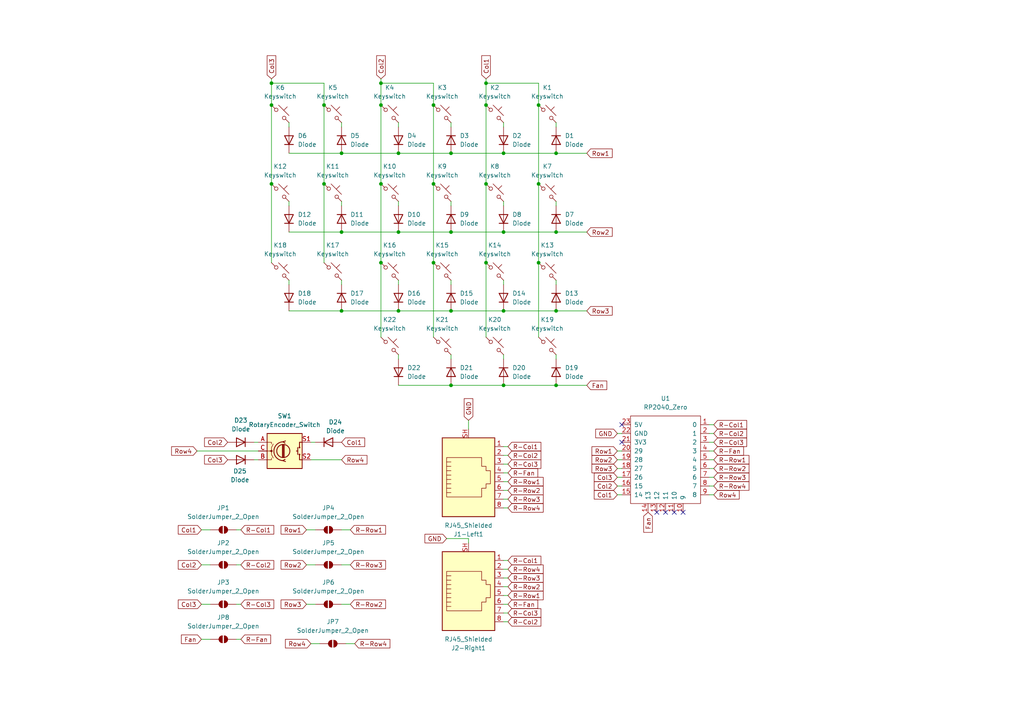
<source format=kicad_sch>
(kicad_sch (version 20231120) (generator "eeschema") (generator_version "8.0")
  (paper "A4")
  (title_block (title "Cutsom KB") (rev "v0.10"))
  (lib_symbols
    (symbol "Connector:RJ45_Shielded" (pin_names (offset 1.016))
      (property "Reference" "J" (at -5.08 13.97 0))
      (property "Value" "RJ45_Shielded" (at 2.54 13.97 0))
      (symbol "RJ45_Shielded_0_1"
        (polyline (pts (xy -5.08 4.445) (xy -6.35 4.445)))
        (polyline (pts (xy -5.08 5.715) (xy -6.35 5.715)))
        (polyline (pts (xy -6.35 -3.175) (xy -5.08 -3.175) (xy -5.08 -3.175)))
        (polyline (pts (xy -6.35 -1.905) (xy -5.08 -1.905) (xy -5.08 -1.905)))
        (polyline (pts (xy -6.35 -0.635) (xy -5.08 -0.635) (xy -5.08 -0.635)))
        (polyline (pts (xy -6.35 0.635) (xy -5.08 0.635) (xy -5.08 0.635)))
        (polyline (pts (xy -6.35 1.905) (xy -5.08 1.905) (xy -5.08 1.905)))
        (polyline (pts (xy -5.08 3.175) (xy -6.35 3.175) (xy -6.35 3.175)))
        (polyline (pts (xy -6.35 -4.445) (xy -6.35 6.985) (xy 3.81 6.985) (xy 3.81 4.445) (xy 5.08 4.445) (xy 5.08 3.175) (xy 6.35 3.175) (xy 6.35 -0.635) (xy 5.08 -0.635) (xy 5.08 -1.905) (xy 3.81 -1.905) (xy 3.81 -4.445) (xy -6.35 -4.445) (xy -6.35 -4.445)))
        (rectangle (start 7.62 12.7) (end -7.62 -10.16) (stroke (width 0.254)) (fill (type background)))
      )
      (symbol "RJ45_Shielded_1_1"
        (pin passive line (at 10.16 -7.62 180) (length 2.54) (name "~") (number "1"))
        (pin passive line (at 10.16 -5.08 180) (length 2.54) (name "~") (number "2"))
        (pin passive line (at 10.16 -2.54 180) (length 2.54) (name "~") (number "3"))
        (pin passive line (at 10.16 0 180) (length 2.54) (name "~") (number "4"))
        (pin passive line (at 10.16 2.54 180) (length 2.54) (name "~") (number "5"))
        (pin passive line (at 10.16 5.08 180) (length 2.54) (name "~") (number "6"))
        (pin passive line (at 10.16 7.62 180) (length 2.54) (name "~") (number "7"))
        (pin passive line (at 10.16 10.16 180) (length 2.54) (name "~") (number "8"))
        (pin passive line (at 0 -12.7 90) (length 2.54) (name "~") (number "SH"))
      )
    )
    (symbol "Device:RotaryEncoder_Switch" (pin_names (offset 0.254) hide)
      (property "Reference" "SW" (at 0 6.604 0))
      (property "Value" "RotaryEncoder_Switch" (at 0 -6.604 0))
      (symbol "RotaryEncoder_Switch_0_1"
        (rectangle (start -5.08 5.08) (end 5.08 -5.08) (stroke (width 0.254)) (fill (type background)))
        (circle (center -3.81 0) (radius 0.254) (fill (type outline)))
        (circle (center -0.381 0) (radius 1.905) (stroke (width 0.254)))
        (arc (start -0.381 2.667) (mid -3.0988 -0.0635) (end -0.381 -2.794) (stroke (width 0.254)))
        (polyline (pts (xy -0.635 -1.778) (xy -0.635 1.778)) (stroke (width 0.254)))
        (polyline (pts (xy -0.381 -1.778) (xy -0.381 1.778)) (stroke (width 0.254)))
        (polyline (pts (xy -0.127 1.778) (xy -0.127 -1.778)) (stroke (width 0.254)))
        (polyline (pts (xy 3.81 0) (xy 3.429 0)) (stroke (width 0.254)))
        (polyline (pts (xy 3.81 1.016) (xy 3.81 -1.016)) (stroke (width 0.254)))
        (polyline (pts (xy -5.08 -2.54) (xy -3.81 -2.54) (xy -3.81 -2.032)))
        (polyline (pts (xy -5.08 2.54) (xy -3.81 2.54) (xy -3.81 2.032)))
        (polyline (pts (xy 0.254 -3.048) (xy -0.508 -2.794) (xy 0.127 -2.413)) (stroke (width 0.254)))
        (polyline (pts (xy 0.254 2.921) (xy -0.508 2.667) (xy 0.127 2.286)) (stroke (width 0.254)))
        (polyline (pts (xy 5.08 -2.54) (xy 4.318 -2.54) (xy 4.318 -1.016)) (stroke (width 0.254)))
        (polyline (pts (xy 5.08 2.54) (xy 4.318 2.54) (xy 4.318 1.016)) (stroke (width 0.254)))
        (polyline (pts (xy -5.08 0) (xy -3.81 0) (xy -3.81 -1.016) (xy -3.302 -2.032)))
        (polyline (pts (xy -4.318 0) (xy -3.81 0) (xy -3.81 1.016) (xy -3.302 2.032)))
        (circle (center 4.318 -1.016) (radius 0.127) (stroke (width 0.254)))
        (circle (center 4.318 1.016) (radius 0.127) (stroke (width 0.254)))
      )
      (symbol "RotaryEncoder_Switch_1_1"
        (pin passive line (at -7.62 2.54 0) (length 2.54) (name "A") (number "A"))
        (pin passive line (at -7.62 -2.54 0) (length 2.54) (name "B") (number "B"))
        (pin passive line (at -7.62 0 0) (length 2.54) (name "C") (number "C"))
        (pin passive line (at 7.62 2.54 180) (length 2.54) (name "S1") (number "S1"))
        (pin passive line (at 7.62 -2.54 180) (length 2.54) (name "S2") (number "S2"))
      )
    )
    (symbol "Jumper:SolderJumper_2_Open" (pin_numbers hide) (pin_names (offset 0) hide) (exclude_from_sim yes) (in_bom no)
      (property "Reference" "JP" (at 0 2.032 0))
      (property "Value" "SolderJumper_2_Open" (at 0 -2.54 0))
      (symbol "SolderJumper_2_Open_0_1"
        (arc (start -0.254 1.016) (mid -1.2656 0) (end -0.254 -1.016))
        (arc (start -0.254 1.016) (mid -1.2656 0) (end -0.254 -1.016) (fill (type outline)))
        (polyline (pts (xy -0.254 1.016) (xy -0.254 -1.016)))
        (polyline (pts (xy 0.254 1.016) (xy 0.254 -1.016)))
        (arc (start 0.254 -1.016) (mid 1.2656 0) (end 0.254 1.016))
        (arc (start 0.254 -1.016) (mid 1.2656 0) (end 0.254 1.016) (fill (type outline)))
      )
      (symbol "SolderJumper_2_Open_1_1"
        (pin passive line (at -3.81 0 0) (length 2.54) (name "A") (number "1"))
        (pin passive line (at 3.81 0 180) (length 2.54) (name "B") (number "2"))
      )
    )
    (symbol "ScottoKeebs:MCU_RP2040_Zero" (pin_names (offset 1.016))
      (property "Reference" "U" (at 0 15.24 0))
      (property "Value" "RP2040_Zero" (at 0 12.7 0))
      (symbol "MCU_RP2040_Zero_0_1"
        (rectangle (start -10.16 11.43) (end 10.16 -13.97))
      )
      (symbol "MCU_RP2040_Zero_1_1"
        (pin bidirectional line (at 12.7 8.89 180) (length 2.54) (name "0") (number "1"))
        (pin bidirectional line (at 5.08 -16.51 90) (length 2.54) (name "9") (number "10"))
        (pin bidirectional line (at 2.54 -16.51 90) (length 2.54) (name "10") (number "11"))
        (pin bidirectional line (at 0 -16.51 90) (length 2.54) (name "11") (number "12"))
        (pin bidirectional line (at -2.54 -16.51 90) (length 2.54) (name "12") (number "13"))
        (pin bidirectional line (at -5.08 -16.51 90) (length 2.54) (name "13") (number "14"))
        (pin bidirectional line (at -12.7 -11.43 0) (length 2.54) (name "14") (number "15"))
        (pin bidirectional line (at -12.7 -8.89 0) (length 2.54) (name "15") (number "16"))
        (pin bidirectional line (at -12.7 -6.35 0) (length 2.54) (name "26") (number "17"))
        (pin bidirectional line (at -12.7 -3.81 0) (length 2.54) (name "27") (number "18"))
        (pin bidirectional line (at -12.7 -1.27 0) (length 2.54) (name "28") (number "19"))
        (pin bidirectional line (at 12.7 6.35 180) (length 2.54) (name "1") (number "2"))
        (pin bidirectional line (at -12.7 1.27 0) (length 2.54) (name "29") (number "20"))
        (pin power_out line (at -12.7 3.81 0) (length 2.54) (name "3V3") (number "21"))
        (pin power_out line (at -12.7 6.35 0) (length 2.54) (name "GND") (number "22"))
        (pin power_out line (at -12.7 8.89 0) (length 2.54) (name "5V") (number "23"))
        (pin bidirectional line (at 12.7 3.81 180) (length 2.54) (name "2") (number "3"))
        (pin bidirectional line (at 12.7 1.27 180) (length 2.54) (name "3") (number "4"))
        (pin bidirectional line (at 12.7 -1.27 180) (length 2.54) (name "4") (number "5"))
        (pin bidirectional line (at 12.7 -3.81 180) (length 2.54) (name "5") (number "6"))
        (pin bidirectional line (at 12.7 -6.35 180) (length 2.54) (name "6") (number "7"))
        (pin bidirectional line (at 12.7 -8.89 180) (length 2.54) (name "7") (number "8"))
        (pin bidirectional line (at 12.7 -11.43 180) (length 2.54) (name "8") (number "9"))
      )
    )
    (symbol "ScottoKeebs:Placeholder_Diode" (pin_numbers hide) (pin_names hide)
      (property "Reference" "D" (at 0 2.54 0))
      (property "Value" "Diode" (at 0 -2.54 0))
      (symbol "Placeholder_Diode_0_1"
        (polyline (pts (xy -1.27 1.27) (xy -1.27 -1.27)) (stroke (width 0.254)))
        (polyline (pts (xy 1.27 0) (xy -1.27 0)))
        (polyline (pts (xy 1.27 1.27) (xy 1.27 -1.27) (xy -1.27 0) (xy 1.27 1.27)) (stroke (width 0.254)))
      )
      (symbol "Placeholder_Diode_1_1"
        (pin passive line (at -3.81 0 0) (length 2.54) (name "K") (number "1"))
        (pin passive line (at 3.81 0 180) (length 2.54) (name "A") (number "2"))
      )
    )
    (symbol "ScottoKeebs:Placeholder_Keyswitch" (pin_numbers hide) (pin_names (offset 1.016) hide)
      (property "Reference" "S" (at 3.048 1.016 0))
      (property "Value" "Keyswitch" (at 0 -3.81 0))
      (symbol "Placeholder_Keyswitch_0_1"
        (circle (center -1.1684 1.1684) (radius 0.508))
        (polyline (pts (xy -0.508 2.54) (xy 2.54 -0.508)))
        (polyline (pts (xy 1.016 1.016) (xy 2.032 2.032)))
        (polyline (pts (xy -2.54 2.54) (xy -1.524 1.524) (xy -1.524 1.524)))
        (polyline (pts (xy 1.524 -1.524) (xy 2.54 -2.54) (xy 2.54 -2.54) (xy 2.54 -2.54)))
        (circle (center 1.143 -1.1938) (radius 0.508))
        (pin passive line (at -2.54 2.54 0) (length 0) (name "1") (number "1"))
        (pin passive line (at 2.54 -2.54 180) (length 0) (name "2") (number "2"))
      )
    )
  )
  (junction (at 146.05 44.45))
  (junction (at 110.49 76.2))
  (junction (at 125.73 53.34))
  (junction (at 93.98 53.34))
  (junction (at 130.81 90.17))
  (junction (at 78.74 53.34))
  (junction (at 115.57 44.45))
  (junction (at 125.73 76.2))
  (junction (at 115.57 67.31))
  (junction (at 110.49 53.34))
  (junction (at 156.21 30.48))
  (junction (at 146.05 90.17))
  (junction (at 130.81 44.45))
  (junction (at 110.49 30.48))
  (junction (at 146.05 67.31))
  (junction (at 99.06 67.31))
  (junction (at 130.81 67.31))
  (junction (at 140.97 30.48))
  (junction (at 125.73 30.48))
  (junction (at 99.06 44.45))
  (junction (at 156.21 53.34))
  (junction (at 78.74 24.13))
  (junction (at 130.81 111.76))
  (junction (at 115.57 90.17))
  (junction (at 99.06 90.17))
  (junction (at 93.98 30.48))
  (junction (at 161.29 44.45))
  (junction (at 140.97 53.34))
  (junction (at 161.29 111.76))
  (junction (at 156.21 76.2))
  (junction (at 146.05 111.76))
  (junction (at 78.74 30.48))
  (junction (at 140.97 76.2))
  (junction (at 161.29 67.31))
  (junction (at 140.97 24.13))
  (junction (at 110.49 24.13))
  (junction (at 161.29 90.17))
  (no_connect (at 193.04 148.59))
  (no_connect (at 198.12 148.59))
  (no_connect (at 180.34 128.27))
  (no_connect (at 195.58 148.59))
  (no_connect (at 190.5 148.59))
  (no_connect (at 180.34 123.19))
  (wire (pts (xy 57.15 130.81) (xy 74.93 130.81)))
  (wire (pts (xy 130.81 102.87) (xy 130.81 104.14)))
  (wire (pts (xy 146.05 111.76) (xy 161.29 111.76)))
  (wire (pts (xy 68.58 153.67) (xy 69.85 153.67)))
  (wire (pts (xy 146.05 142.24) (xy 147.32 142.24)))
  (wire (pts (xy 156.21 24.13) (xy 156.21 30.48)))
  (wire (pts (xy 146.05 90.17) (xy 161.29 90.17)))
  (wire (pts (xy 99.06 67.31) (xy 115.57 67.31)))
  (wire (pts (xy 93.98 30.48) (xy 93.98 53.34)))
  (wire (pts (xy 83.82 44.45) (xy 99.06 44.45)))
  (wire (pts (xy 205.74 130.81) (xy 207.01 130.81)))
  (wire (pts (xy 205.74 123.19) (xy 207.01 123.19)))
  (wire (pts (xy 78.74 24.13) (xy 93.98 24.13)))
  (wire (pts (xy 58.42 153.67) (xy 60.96 153.67)))
  (wire (pts (xy 115.57 35.56) (xy 115.57 36.83)))
  (wire (pts (xy 58.42 185.42) (xy 60.96 185.42)))
  (wire (pts (xy 205.74 128.27) (xy 207.01 128.27)))
  (wire (pts (xy 99.06 90.17) (xy 115.57 90.17)))
  (wire (pts (xy 161.29 81.28) (xy 161.29 82.55)))
  (wire (pts (xy 99.06 58.42) (xy 99.06 59.69)))
  (wire (pts (xy 110.49 76.2) (xy 110.49 97.79)))
  (wire (pts (xy 146.05 167.64) (xy 147.32 167.64)))
  (wire (pts (xy 110.49 24.13) (xy 125.73 24.13)))
  (wire (pts (xy 125.73 76.2) (xy 125.73 97.79)))
  (wire (pts (xy 130.81 44.45) (xy 146.05 44.45)))
  (wire (pts (xy 130.81 67.31) (xy 146.05 67.31)))
  (wire (pts (xy 73.66 128.27) (xy 74.93 128.27)))
  (wire (pts (xy 146.05 177.8) (xy 147.32 177.8)))
  (wire (pts (xy 161.29 35.56) (xy 161.29 36.83)))
  (wire (pts (xy 179.07 130.81) (xy 180.34 130.81)))
  (wire (pts (xy 83.82 35.56) (xy 83.82 36.83)))
  (wire (pts (xy 88.9 153.67) (xy 91.44 153.67)))
  (wire (pts (xy 83.82 81.28) (xy 83.82 82.55)))
  (wire (pts (xy 146.05 129.54) (xy 147.32 129.54)))
  (wire (pts (xy 146.05 165.1) (xy 147.32 165.1)))
  (wire (pts (xy 140.97 24.13) (xy 140.97 30.48)))
  (wire (pts (xy 115.57 81.28) (xy 115.57 82.55)))
  (wire (pts (xy 146.05 144.78) (xy 147.32 144.78)))
  (wire (pts (xy 146.05 162.56) (xy 147.32 162.56)))
  (wire (pts (xy 93.98 53.34) (xy 93.98 76.2)))
  (wire (pts (xy 73.66 133.35) (xy 74.93 133.35)))
  (wire (pts (xy 156.21 53.34) (xy 156.21 76.2)))
  (wire (pts (xy 115.57 67.31) (xy 130.81 67.31)))
  (wire (pts (xy 78.74 24.13) (xy 78.74 30.48)))
  (wire (pts (xy 161.29 102.87) (xy 161.29 104.14)))
  (wire (pts (xy 90.17 186.69) (xy 92.71 186.69)))
  (wire (pts (xy 205.74 125.73) (xy 207.01 125.73)))
  (wire (pts (xy 115.57 111.76) (xy 130.81 111.76)))
  (wire (pts (xy 146.05 147.32) (xy 147.32 147.32)))
  (wire (pts (xy 83.82 67.31) (xy 99.06 67.31)))
  (wire (pts (xy 146.05 67.31) (xy 161.29 67.31)))
  (wire (pts (xy 156.21 30.48) (xy 156.21 53.34)))
  (wire (pts (xy 179.07 135.89) (xy 180.34 135.89)))
  (wire (pts (xy 205.74 138.43) (xy 207.01 138.43)))
  (wire (pts (xy 115.57 90.17) (xy 130.81 90.17)))
  (wire (pts (xy 205.74 143.51) (xy 207.01 143.51)))
  (wire (pts (xy 78.74 22.86) (xy 78.74 24.13)))
  (wire (pts (xy 156.21 76.2) (xy 156.21 97.79)))
  (wire (pts (xy 58.42 163.83) (xy 60.96 163.83)))
  (wire (pts (xy 93.98 24.13) (xy 93.98 30.48)))
  (wire (pts (xy 140.97 30.48) (xy 140.97 53.34)))
  (wire (pts (xy 99.06 153.67) (xy 101.6 153.67)))
  (wire (pts (xy 110.49 24.13) (xy 110.49 30.48)))
  (wire (pts (xy 146.05 170.18) (xy 147.32 170.18)))
  (wire (pts (xy 161.29 67.31) (xy 170.18 67.31)))
  (wire (pts (xy 179.07 125.73) (xy 180.34 125.73)))
  (wire (pts (xy 115.57 44.45) (xy 130.81 44.45)))
  (wire (pts (xy 146.05 58.42) (xy 146.05 59.69)))
  (wire (pts (xy 90.17 128.27) (xy 91.44 128.27)))
  (wire (pts (xy 135.89 121.92) (xy 135.89 124.46)))
  (wire (pts (xy 115.57 102.87) (xy 115.57 104.14)))
  (wire (pts (xy 140.97 22.86) (xy 140.97 24.13)))
  (wire (pts (xy 110.49 53.34) (xy 110.49 76.2)))
  (wire (pts (xy 146.05 35.56) (xy 146.05 36.83)))
  (wire (pts (xy 83.82 58.42) (xy 83.82 59.69)))
  (wire (pts (xy 125.73 30.48) (xy 125.73 53.34)))
  (wire (pts (xy 146.05 180.34) (xy 147.32 180.34)))
  (wire (pts (xy 146.05 137.16) (xy 147.32 137.16)))
  (wire (pts (xy 99.06 175.26) (xy 101.6 175.26)))
  (wire (pts (xy 68.58 175.26) (xy 69.85 175.26)))
  (wire (pts (xy 100.33 186.69) (xy 102.87 186.69)))
  (wire (pts (xy 146.05 81.28) (xy 146.05 82.55)))
  (wire (pts (xy 58.42 175.26) (xy 60.96 175.26)))
  (wire (pts (xy 83.82 90.17) (xy 99.06 90.17)))
  (wire (pts (xy 110.49 22.86) (xy 110.49 24.13)))
  (wire (pts (xy 146.05 134.62) (xy 147.32 134.62)))
  (wire (pts (xy 68.58 185.42) (xy 69.85 185.42)))
  (wire (pts (xy 146.05 132.08) (xy 147.32 132.08)))
  (wire (pts (xy 205.74 140.97) (xy 207.01 140.97)))
  (wire (pts (xy 110.49 30.48) (xy 110.49 53.34)))
  (wire (pts (xy 146.05 175.26) (xy 147.32 175.26)))
  (wire (pts (xy 146.05 172.72) (xy 147.32 172.72)))
  (wire (pts (xy 140.97 24.13) (xy 156.21 24.13)))
  (wire (pts (xy 146.05 44.45) (xy 161.29 44.45)))
  (wire (pts (xy 78.74 30.48) (xy 78.74 53.34)))
  (wire (pts (xy 99.06 44.45) (xy 115.57 44.45)))
  (wire (pts (xy 130.81 58.42) (xy 130.81 59.69)))
  (wire (pts (xy 125.73 53.34) (xy 125.73 76.2)))
  (wire (pts (xy 205.74 135.89) (xy 207.01 135.89)))
  (wire (pts (xy 135.89 156.21) (xy 135.89 157.48)))
  (wire (pts (xy 115.57 58.42) (xy 115.57 59.69)))
  (wire (pts (xy 99.06 163.83) (xy 101.6 163.83)))
  (wire (pts (xy 161.29 44.45) (xy 170.18 44.45)))
  (wire (pts (xy 205.74 133.35) (xy 207.01 133.35)))
  (wire (pts (xy 99.06 81.28) (xy 99.06 82.55)))
  (wire (pts (xy 88.9 163.83) (xy 91.44 163.83)))
  (wire (pts (xy 68.58 163.83) (xy 69.85 163.83)))
  (wire (pts (xy 99.06 35.56) (xy 99.06 36.83)))
  (wire (pts (xy 129.54 156.21) (xy 135.89 156.21)))
  (wire (pts (xy 179.07 133.35) (xy 180.34 133.35)))
  (wire (pts (xy 88.9 175.26) (xy 91.44 175.26)))
  (wire (pts (xy 161.29 90.17) (xy 170.18 90.17)))
  (wire (pts (xy 146.05 102.87) (xy 146.05 104.14)))
  (wire (pts (xy 125.73 24.13) (xy 125.73 30.48)))
  (wire (pts (xy 179.07 143.51) (xy 180.34 143.51)))
  (wire (pts (xy 130.81 81.28) (xy 130.81 82.55)))
  (wire (pts (xy 179.07 140.97) (xy 180.34 140.97)))
  (wire (pts (xy 130.81 35.56) (xy 130.81 36.83)))
  (wire (pts (xy 161.29 111.76) (xy 170.18 111.76)))
  (wire (pts (xy 179.07 138.43) (xy 180.34 138.43)))
  (wire (pts (xy 130.81 90.17) (xy 146.05 90.17)))
  (wire (pts (xy 90.17 133.35) (xy 99.06 133.35)))
  (wire (pts (xy 78.74 53.34) (xy 78.74 76.2)))
  (wire (pts (xy 140.97 53.34) (xy 140.97 76.2)))
  (wire (pts (xy 140.97 76.2) (xy 140.97 97.79)))
  (wire (pts (xy 161.29 58.42) (xy 161.29 59.69)))
  (wire (pts (xy 130.81 111.76) (xy 146.05 111.76)))
  (wire (pts (xy 146.05 139.7) (xy 147.32 139.7)))
  (global_label "Row4" (shape input) (at 207.01 143.51 0) (property "Intersheetrefs" "${INTERSHEET_REFS}" (effects (hide yes))))
  (global_label "Fan" (shape input) (at 187.96 148.59 270) (property "Intersheetrefs" "${INTERSHEET_REFS}" (effects (hide yes))))
  (global_label "R-Row3" (shape input) (at 147.32 167.64 0) (property "Intersheetrefs" "${INTERSHEET_REFS}" (effects (hide yes))))
  (global_label "R-Col1" (shape input) (at 147.32 162.56 0) (property "Intersheetrefs" "${INTERSHEET_REFS}" (effects (hide yes))))
  (global_label "Row4" (shape input) (at 90.17 186.69 180) (property "Intersheetrefs" "${INTERSHEET_REFS}" (effects (hide yes))))
  (global_label "R-Row2" (shape input) (at 101.6 175.26 0) (property "Intersheetrefs" "${INTERSHEET_REFS}" (effects (hide yes))))
  (global_label "Col2" (shape input) (at 58.42 163.83 180) (property "Intersheetrefs" "${INTERSHEET_REFS}" (effects (hide yes))))
  (global_label "Col3" (shape input) (at 66.04 133.35 180) (property "Intersheetrefs" "${INTERSHEET_REFS}" (effects (hide yes))))
  (global_label "R-Fan" (shape input) (at 69.85 185.42 0) (property "Intersheetrefs" "${INTERSHEET_REFS}" (effects (hide yes))))
  (global_label "R-Row2" (shape input) (at 147.32 142.24 0) (property "Intersheetrefs" "${INTERSHEET_REFS}" (effects (hide yes))))
  (global_label "R-Fan" (shape input) (at 147.32 137.16 0) (property "Intersheetrefs" "${INTERSHEET_REFS}" (effects (hide yes))))
  (global_label "Fan" (shape input) (at 58.42 185.42 180) (property "Intersheetrefs" "${INTERSHEET_REFS}" (effects (hide yes))))
  (global_label "R-Row4" (shape input) (at 102.87 186.69 0) (property "Intersheetrefs" "${INTERSHEET_REFS}" (effects (hide yes))))
  (global_label "Col2" (shape input) (at 66.04 128.27 180) (property "Intersheetrefs" "${INTERSHEET_REFS}" (effects (hide yes))))
  (global_label "Row4" (shape input) (at 57.15 130.81 180) (property "Intersheetrefs" "${INTERSHEET_REFS}" (effects (hide yes))))
  (global_label "R-Col2" (shape input) (at 207.01 125.73 0) (property "Intersheetrefs" "${INTERSHEET_REFS}" (effects (hide yes))))
  (global_label "R-Col3" (shape input) (at 147.32 134.62 0) (property "Intersheetrefs" "${INTERSHEET_REFS}" (effects (hide yes))))
  (global_label "R-Row3" (shape input) (at 207.01 138.43 0) (property "Intersheetrefs" "${INTERSHEET_REFS}" (effects (hide yes))))
  (global_label "Fan" (shape input) (at 170.18 111.76 0) (property "Intersheetrefs" "${INTERSHEET_REFS}" (effects (hide yes))))
  (global_label "Row2" (shape input) (at 179.07 133.35 180) (property "Intersheetrefs" "${INTERSHEET_REFS}" (effects (hide yes))))
  (global_label "Row2" (shape input) (at 170.18 67.31 0) (property "Intersheetrefs" "${INTERSHEET_REFS}" (effects (hide yes))))
  (global_label "R-Row3" (shape input) (at 147.32 144.78 0) (property "Intersheetrefs" "${INTERSHEET_REFS}" (effects (hide yes))))
  (global_label "R-Col3" (shape input) (at 147.32 177.8 0) (property "Intersheetrefs" "${INTERSHEET_REFS}" (effects (hide yes))))
  (global_label "Col1" (shape input) (at 140.97 22.86 90) (property "Intersheetrefs" "${INTERSHEET_REFS}" (effects (hide yes))))
  (global_label "R-Col1" (shape input) (at 147.32 129.54 0) (property "Intersheetrefs" "${INTERSHEET_REFS}" (effects (hide yes))))
  (global_label "R-Col2" (shape input) (at 69.85 163.83 0) (property "Intersheetrefs" "${INTERSHEET_REFS}" (effects (hide yes))))
  (global_label "Col1" (shape input) (at 179.07 143.51 180) (property "Intersheetrefs" "${INTERSHEET_REFS}" (effects (hide yes))))
  (global_label "R-Col3" (shape input) (at 69.85 175.26 0) (property "Intersheetrefs" "${INTERSHEET_REFS}" (effects (hide yes))))
  (global_label "Col3" (shape input) (at 179.07 138.43 180) (property "Intersheetrefs" "${INTERSHEET_REFS}" (effects (hide yes))))
  (global_label "Row1" (shape input) (at 170.18 44.45 0) (property "Intersheetrefs" "${INTERSHEET_REFS}" (effects (hide yes))))
  (global_label "Col3" (shape input) (at 78.74 22.86 90) (property "Intersheetrefs" "${INTERSHEET_REFS}" (effects (hide yes))))
  (global_label "R-Row1" (shape input) (at 101.6 153.67 0) (property "Intersheetrefs" "${INTERSHEET_REFS}" (effects (hide yes))))
  (global_label "Row3" (shape input) (at 179.07 135.89 180) (property "Intersheetrefs" "${INTERSHEET_REFS}" (effects (hide yes))))
  (global_label "Col2" (shape input) (at 110.49 22.86 90) (property "Intersheetrefs" "${INTERSHEET_REFS}" (effects (hide yes))))
  (global_label "R-Row4" (shape input) (at 207.01 140.97 0) (property "Intersheetrefs" "${INTERSHEET_REFS}" (effects (hide yes))))
  (global_label "Row3" (shape input) (at 170.18 90.17 0) (property "Intersheetrefs" "${INTERSHEET_REFS}" (effects (hide yes))))
  (global_label "GND" (shape input) (at 135.89 121.92 90) (property "Intersheetrefs" "${INTERSHEET_REFS}" (effects (hide yes))))
  (global_label "R-Row4" (shape input) (at 147.32 165.1 0) (property "Intersheetrefs" "${INTERSHEET_REFS}" (effects (hide yes))))
  (global_label "Col2" (shape input) (at 179.07 140.97 180) (property "Intersheetrefs" "${INTERSHEET_REFS}" (effects (hide yes))))
  (global_label "R-Col2" (shape input) (at 147.32 132.08 0) (property "Intersheetrefs" "${INTERSHEET_REFS}" (effects (hide yes))))
  (global_label "Row2" (shape input) (at 88.9 163.83 180) (property "Intersheetrefs" "${INTERSHEET_REFS}" (effects (hide yes))))
  (global_label "R-Row2" (shape input) (at 147.32 170.18 0) (property "Intersheetrefs" "${INTERSHEET_REFS}" (effects (hide yes))))
  (global_label "Row1" (shape input) (at 179.07 130.81 180) (property "Intersheetrefs" "${INTERSHEET_REFS}" (effects (hide yes))))
  (global_label "R-Fan" (shape input) (at 147.32 175.26 0) (property "Intersheetrefs" "${INTERSHEET_REFS}" (effects (hide yes))))
  (global_label "Col3" (shape input) (at 58.42 175.26 180) (property "Intersheetrefs" "${INTERSHEET_REFS}" (effects (hide yes))))
  (global_label "Col1" (shape input) (at 58.42 153.67 180) (property "Intersheetrefs" "${INTERSHEET_REFS}" (effects (hide yes))))
  (global_label "Row1" (shape input) (at 88.9 153.67 180) (property "Intersheetrefs" "${INTERSHEET_REFS}" (effects (hide yes))))
  (global_label "R-Row3" (shape input) (at 101.6 163.83 0) (property "Intersheetrefs" "${INTERSHEET_REFS}" (effects (hide yes))))
  (global_label "GND" (shape input) (at 129.54 156.21 180) (property "Intersheetrefs" "${INTERSHEET_REFS}" (effects (hide yes))))
  (global_label "R-Row1" (shape input) (at 147.32 172.72 0) (property "Intersheetrefs" "${INTERSHEET_REFS}" (effects (hide yes))))
  (global_label "Row4" (shape input) (at 99.06 133.35 0) (property "Intersheetrefs" "${INTERSHEET_REFS}" (effects (hide yes))))
  (global_label "R-Col2" (shape input) (at 147.32 180.34 0) (property "Intersheetrefs" "${INTERSHEET_REFS}" (effects (hide yes))))
  (global_label "GND" (shape input) (at 179.07 125.73 180) (property "Intersheetrefs" "${INTERSHEET_REFS}" (effects (hide yes))))
  (global_label "R-Row1" (shape input) (at 147.32 139.7 0) (property "Intersheetrefs" "${INTERSHEET_REFS}" (effects (hide yes))))
  (global_label "Col1" (shape input) (at 99.06 128.27 0) (property "Intersheetrefs" "${INTERSHEET_REFS}" (effects (hide yes))))
  (global_label "R-Col3" (shape input) (at 207.01 128.27 0) (property "Intersheetrefs" "${INTERSHEET_REFS}" (effects (hide yes))))
  (global_label "R-Row2" (shape input) (at 207.01 135.89 0) (property "Intersheetrefs" "${INTERSHEET_REFS}" (effects (hide yes))))
  (global_label "R-Col1" (shape input) (at 69.85 153.67 0) (property "Intersheetrefs" "${INTERSHEET_REFS}" (effects (hide yes))))
  (global_label "R-Row4" (shape input) (at 147.32 147.32 0) (property "Intersheetrefs" "${INTERSHEET_REFS}" (effects (hide yes))))
  (global_label "R-Row1" (shape input) (at 207.01 133.35 0) (property "Intersheetrefs" "${INTERSHEET_REFS}" (effects (hide yes))))
  (global_label "Row3" (shape input) (at 88.9 175.26 180) (property "Intersheetrefs" "${INTERSHEET_REFS}" (effects (hide yes))))
  (global_label "R-Col1" (shape input) (at 207.01 123.19 0) (property "Intersheetrefs" "${INTERSHEET_REFS}" (effects (hide yes))))
  (global_label "R-Fan" (shape input) (at 207.01 130.81 0) (property "Intersheetrefs" "${INTERSHEET_REFS}" (effects (hide yes))))
  (symbol (lib_id "ScottoKeebs:Placeholder_Diode") (at 161.29 40.64 270) (unit 1)
    (property "Reference" "D1" (at 163.83 39.3699 90) (effects (justify left)))
    (property "Value" "Diode" (at 163.83 41.9099 90) (effects (justify left)))
    (property "Footprint" "ScottoKeebs_Components:Diode_DO-35" (effects (hide yes)))
    (property "Description" "1N4148 (DO-35) or 1N4148W (SOD-123)" (effects (hide yes)))
    (property "Sim.Device" "D" (effects (hide yes)))
    (property "Sim.Pins" "1=K 2=A" (effects (hide yes)))
  )
  (symbol (lib_id "ScottoKeebs:Placeholder_Diode") (at 130.81 107.95 270) (unit 1)
    (property "Reference" "D21" (at 133.35 106.6799 90) (effects (justify left)))
    (property "Value" "Diode" (at 133.35 109.2199 90) (effects (justify left)))
    (property "Footprint" "ScottoKeebs_Components:Diode_DO-35" (effects (hide yes)))
    (property "Description" "1N4148 (DO-35) or 1N4148W (SOD-123)" (effects (hide yes)))
    (property "Sim.Device" "D" (effects (hide yes)))
    (property "Sim.Pins" "1=K 2=A" (effects (hide yes)))
  )
  (symbol (lib_id "ScottoKeebs:Placeholder_Diode") (at 146.05 63.5 90) (unit 1)
    (property "Reference" "D8" (at 148.59 62.2299 90) (effects (justify right)))
    (property "Value" "Diode" (at 148.59 64.7699 90) (effects (justify right)))
    (property "Footprint" "ScottoKeebs_Components:Diode_DO-35" (effects (hide yes)))
    (property "Description" "1N4148 (DO-35) or 1N4148W (SOD-123)" (effects (hide yes)))
    (property "Sim.Device" "D" (effects (hide yes)))
    (property "Sim.Pins" "1=K 2=A" (effects (hide yes)))
  )
  (symbol (lib_id "ScottoKeebs:Placeholder_Diode") (at 115.57 63.5 90) (unit 1)
    (property "Reference" "D10" (at 118.11 62.2299 90) (effects (justify right)))
    (property "Value" "Diode" (at 118.11 64.7699 90) (effects (justify right)))
    (property "Footprint" "ScottoKeebs_Components:Diode_DO-35" (effects (hide yes)))
    (property "Description" "1N4148 (DO-35) or 1N4148W (SOD-123)" (effects (hide yes)))
    (property "Sim.Device" "D" (effects (hide yes)))
    (property "Sim.Pins" "1=K 2=A" (effects (hide yes)))
  )
  (symbol (lib_id "ScottoKeebs:Placeholder_Keyswitch") (at 113.03 78.74 0) (unit 1)
    (property "Reference" "K16" (at 113.03 71.12 0))
    (property "Value" "Keyswitch" (at 113.03 73.66 0))
    (property "Footprint" "ScottoKeebs_Scotto:MX_Solder_1.00u_Reversible" (effects (hide yes)))
    (property "Description" "Push button switch, normally open, two pins, 45° tilted" (effects (hide yes)))
  )
  (symbol (lib_id "ScottoKeebs:Placeholder_Keyswitch") (at 81.28 33.02 0) (unit 1)
    (property "Reference" "K6" (at 81.28 25.4 0))
    (property "Value" "Keyswitch" (at 81.28 27.94 0))
    (property "Footprint" "ScottoKeebs_Scotto:MX_Solder_1.00u_Reversible" (effects (hide yes)))
    (property "Description" "Push button switch, normally open, two pins, 45° tilted" (effects (hide yes)))
  )
  (symbol (lib_id "ScottoKeebs:Placeholder_Keyswitch") (at 96.52 55.88 0) (unit 1)
    (property "Reference" "K11" (at 96.52 48.26 0))
    (property "Value" "Keyswitch" (at 96.52 50.8 0))
    (property "Footprint" "ScottoKeebs_Scotto:MX_Solder_1.00u_Reversible" (effects (hide yes)))
    (property "Description" "Push button switch, normally open, two pins, 45° tilted" (effects (hide yes)))
  )
  (symbol (lib_id "ScottoKeebs:Placeholder_Keyswitch") (at 158.75 78.74 0) (unit 1)
    (property "Reference" "K13" (at 158.75 71.12 0))
    (property "Value" "Keyswitch" (at 158.75 73.66 0))
    (property "Footprint" "ScottoKeebs_Scotto:MX_Solder_1.00u_Reversible" (effects (hide yes)))
    (property "Description" "Push button switch, normally open, two pins, 45° tilted" (effects (hide yes)))
  )
  (symbol (lib_id "Jumper:SolderJumper_2_Open") (at 96.52 186.69 0) (unit 1) (exclude_from_sim yes) (in_bom no)
    (property "Reference" "JP7" (at 96.52 180.34 0))
    (property "Value" "SolderJumper_2_Open" (at 96.52 182.88 0))
    (property "Footprint" "Jumper:SolderJumper-2_P1.3mm_Open_TrianglePad1.0x1.5mm" (effects (hide yes)))
    (property "Description" "Solder Jumper, 2-pole, open" (effects (hide yes)))
  )
  (symbol (lib_id "ScottoKeebs:Placeholder_Diode") (at 146.05 107.95 270) (unit 1)
    (property "Reference" "D20" (at 148.59 106.6799 90) (effects (justify left)))
    (property "Value" "Diode" (at 148.59 109.2199 90) (effects (justify left)))
    (property "Footprint" "ScottoKeebs_Components:Diode_DO-35" (effects (hide yes)))
    (property "Description" "1N4148 (DO-35) or 1N4148W (SOD-123)" (effects (hide yes)))
    (property "Sim.Device" "D" (effects (hide yes)))
    (property "Sim.Pins" "1=K 2=A" (effects (hide yes)))
  )
  (symbol (lib_id "ScottoKeebs:Placeholder_Diode") (at 115.57 40.64 90) (unit 1)
    (property "Reference" "D4" (at 118.11 39.3699 90) (effects (justify right)))
    (property "Value" "Diode" (at 118.11 41.9099 90) (effects (justify right)))
    (property "Footprint" "ScottoKeebs_Components:Diode_DO-35" (effects (hide yes)))
    (property "Description" "1N4148 (DO-35) or 1N4148W (SOD-123)" (effects (hide yes)))
    (property "Sim.Device" "D" (effects (hide yes)))
    (property "Sim.Pins" "1=K 2=A" (effects (hide yes)))
  )
  (symbol (lib_id "Jumper:SolderJumper_2_Open") (at 95.25 153.67 0) (unit 1) (exclude_from_sim yes) (in_bom no)
    (property "Reference" "JP4" (at 95.25 147.32 0))
    (property "Value" "SolderJumper_2_Open" (at 95.25 149.86 0))
    (property "Footprint" "Jumper:SolderJumper-2_P1.3mm_Open_TrianglePad1.0x1.5mm" (effects (hide yes)))
    (property "Description" "Solder Jumper, 2-pole, open" (effects (hide yes)))
  )
  (symbol (lib_id "ScottoKeebs:Placeholder_Diode") (at 130.81 86.36 270) (unit 1)
    (property "Reference" "D15" (at 133.35 85.0899 90) (effects (justify left)))
    (property "Value" "Diode" (at 133.35 87.6299 90) (effects (justify left)))
    (property "Footprint" "ScottoKeebs_Components:Diode_DO-35" (effects (hide yes)))
    (property "Description" "1N4148 (DO-35) or 1N4148W (SOD-123)" (effects (hide yes)))
    (property "Sim.Device" "D" (effects (hide yes)))
    (property "Sim.Pins" "1=K 2=A" (effects (hide yes)))
  )
  (symbol (lib_id "ScottoKeebs:Placeholder_Diode") (at 130.81 63.5 270) (unit 1)
    (property "Reference" "D9" (at 133.35 62.2299 90) (effects (justify left)))
    (property "Value" "Diode" (at 133.35 64.7699 90) (effects (justify left)))
    (property "Footprint" "ScottoKeebs_Components:Diode_DO-35" (effects (hide yes)))
    (property "Description" "1N4148 (DO-35) or 1N4148W (SOD-123)" (effects (hide yes)))
    (property "Sim.Device" "D" (effects (hide yes)))
    (property "Sim.Pins" "1=K 2=A" (effects (hide yes)))
  )
  (symbol (lib_id "ScottoKeebs:Placeholder_Diode") (at 83.82 40.64 90) (unit 1)
    (property "Reference" "D6" (at 86.36 39.3699 90) (effects (justify right)))
    (property "Value" "Diode" (at 86.36 41.9099 90) (effects (justify right)))
    (property "Footprint" "ScottoKeebs_Components:Diode_DO-35" (effects (hide yes)))
    (property "Description" "1N4148 (DO-35) or 1N4148W (SOD-123)" (effects (hide yes)))
    (property "Sim.Device" "D" (effects (hide yes)))
    (property "Sim.Pins" "1=K 2=A" (effects (hide yes)))
  )
  (symbol (lib_id "ScottoKeebs:Placeholder_Diode") (at 99.06 63.5 270) (unit 1)
    (property "Reference" "D11" (at 101.6 62.2299 90) (effects (justify left)))
    (property "Value" "Diode" (at 101.6 64.7699 90) (effects (justify left)))
    (property "Footprint" "ScottoKeebs_Components:Diode_DO-35" (effects (hide yes)))
    (property "Description" "1N4148 (DO-35) or 1N4148W (SOD-123)" (effects (hide yes)))
    (property "Sim.Device" "D" (effects (hide yes)))
    (property "Sim.Pins" "1=K 2=A" (effects (hide yes)))
  )
  (symbol (lib_id "ScottoKeebs:Placeholder_Keyswitch") (at 96.52 78.74 0) (unit 1)
    (property "Reference" "K17" (at 96.52 71.12 0))
    (property "Value" "Keyswitch" (at 96.52 73.66 0))
    (property "Footprint" "ScottoKeebs_Scotto:MX_Solder_1.00u_Reversible" (effects (hide yes)))
    (property "Description" "Push button switch, normally open, two pins, 45° tilted" (effects (hide yes)))
  )
  (symbol (lib_id "Jumper:SolderJumper_2_Open") (at 64.77 153.67 0) (unit 1) (exclude_from_sim yes) (in_bom no)
    (property "Reference" "JP1" (at 64.77 147.32 0))
    (property "Value" "SolderJumper_2_Open" (at 64.77 149.86 0))
    (property "Footprint" "Jumper:SolderJumper-2_P1.3mm_Open_TrianglePad1.0x1.5mm" (effects (hide yes)))
    (property "Description" "Solder Jumper, 2-pole, open" (effects (hide yes)))
  )
  (symbol (lib_id "ScottoKeebs:Placeholder_Diode") (at 146.05 86.36 90) (unit 1)
    (property "Reference" "D14" (at 148.59 85.0899 90) (effects (justify right)))
    (property "Value" "Diode" (at 148.59 87.6299 90) (effects (justify right)))
    (property "Footprint" "ScottoKeebs_Components:Diode_DO-35" (effects (hide yes)))
    (property "Description" "1N4148 (DO-35) or 1N4148W (SOD-123)" (effects (hide yes)))
    (property "Sim.Device" "D" (effects (hide yes)))
    (property "Sim.Pins" "1=K 2=A" (effects (hide yes)))
  )
  (symbol (lib_id "Jumper:SolderJumper_2_Open") (at 64.77 185.42 0) (unit 1) (exclude_from_sim yes) (in_bom no)
    (property "Reference" "JP8" (at 64.77 179.07 0))
    (property "Value" "SolderJumper_2_Open" (at 64.77 181.61 0))
    (property "Footprint" "Jumper:SolderJumper-2_P1.3mm_Open_TrianglePad1.0x1.5mm" (effects (hide yes)))
    (property "Description" "Solder Jumper, 2-pole, open" (effects (hide yes)))
  )
  (symbol (lib_id "ScottoKeebs:Placeholder_Keyswitch") (at 143.51 55.88 0) (unit 1)
    (property "Reference" "K8" (at 143.51 48.26 0))
    (property "Value" "Keyswitch" (at 143.51 50.8 0))
    (property "Footprint" "ScottoKeebs_Scotto:MX_Solder_1.00u_Reversible" (effects (hide yes)))
    (property "Description" "Push button switch, normally open, two pins, 45° tilted" (effects (hide yes)))
  )
  (symbol (lib_id "ScottoKeebs:Placeholder_Keyswitch") (at 158.75 33.02 0) (unit 1)
    (property "Reference" "K1" (at 158.75 25.4 0))
    (property "Value" "Keyswitch" (at 158.75 27.94 0))
    (property "Footprint" "ScottoKeebs_Scotto:MX_Solder_1.00u_Reversible" (effects (hide yes)))
    (property "Description" "Push button switch, normally open, two pins, 45° tilted" (effects (hide yes)))
  )
  (symbol (lib_id "ScottoKeebs:Placeholder_Diode") (at 69.85 133.35 180) (unit 1)
    (property "Reference" "D25" (at 69.596 136.652 0))
    (property "Value" "Diode" (at 69.596 139.192 0))
    (property "Footprint" "ScottoKeebs_Components:Diode_DO-35" (effects (hide yes)))
    (property "Description" "1N4148 (DO-35) or 1N4148W (SOD-123)" (effects (hide yes)))
    (property "Sim.Device" "D" (effects (hide yes)))
    (property "Sim.Pins" "1=K 2=A" (effects (hide yes)))
  )
  (symbol (lib_id "ScottoKeebs:Placeholder_Diode") (at 146.05 40.64 90) (unit 1)
    (property "Reference" "D2" (at 148.59 39.3699 90) (effects (justify right)))
    (property "Value" "Diode" (at 148.59 41.9099 90) (effects (justify right)))
    (property "Footprint" "ScottoKeebs_Components:Diode_DO-35" (effects (hide yes)))
    (property "Description" "1N4148 (DO-35) or 1N4148W (SOD-123)" (effects (hide yes)))
    (property "Sim.Device" "D" (effects (hide yes)))
    (property "Sim.Pins" "1=K 2=A" (effects (hide yes)))
  )
  (symbol (lib_id "ScottoKeebs:Placeholder_Keyswitch") (at 158.75 100.33 0) (unit 1)
    (property "Reference" "K19" (at 158.75 92.71 0))
    (property "Value" "Keyswitch" (at 158.75 95.25 0))
    (property "Footprint" "ScottoKeebs_Scotto:MX_Solder_1.00u_Reversible" (effects (hide yes)))
    (property "Description" "Push button switch, normally open, two pins, 45° tilted" (effects (hide yes)))
  )
  (symbol (lib_id "ScottoKeebs:Placeholder_Diode") (at 99.06 86.36 270) (unit 1)
    (property "Reference" "D17" (at 101.6 85.0899 90) (effects (justify left)))
    (property "Value" "Diode" (at 101.6 87.6299 90) (effects (justify left)))
    (property "Footprint" "ScottoKeebs_Components:Diode_DO-35" (effects (hide yes)))
    (property "Description" "1N4148 (DO-35) or 1N4148W (SOD-123)" (effects (hide yes)))
    (property "Sim.Device" "D" (effects (hide yes)))
    (property "Sim.Pins" "1=K 2=A" (effects (hide yes)))
  )
  (symbol (lib_id "Jumper:SolderJumper_2_Open") (at 95.25 175.26 0) (unit 1) (exclude_from_sim yes) (in_bom no)
    (property "Reference" "JP6" (at 95.25 168.91 0))
    (property "Value" "SolderJumper_2_Open" (at 95.25 171.45 0))
    (property "Footprint" "Jumper:SolderJumper-2_P1.3mm_Open_TrianglePad1.0x1.5mm" (effects (hide yes)))
    (property "Description" "Solder Jumper, 2-pole, open" (effects (hide yes)))
  )
  (symbol (lib_id "ScottoKeebs:Placeholder_Keyswitch") (at 143.51 100.33 0) (unit 1)
    (property "Reference" "K20" (at 143.51 92.71 0))
    (property "Value" "Keyswitch" (at 143.51 95.25 0))
    (property "Footprint" "ScottoKeebs_Scotto:MX_Solder_1.00u_Reversible" (effects (hide yes)))
    (property "Description" "Push button switch, normally open, two pins, 45° tilted" (effects (hide yes)))
  )
  (symbol (lib_id "ScottoKeebs:Placeholder_Keyswitch") (at 128.27 100.33 0) (unit 1)
    (property "Reference" "K21" (at 128.27 92.71 0))
    (property "Value" "Keyswitch" (at 128.27 95.25 0))
    (property "Footprint" "ScottoKeebs_Scotto:MX_Solder_1.00u_Reversible" (effects (hide yes)))
    (property "Description" "Push button switch, normally open, two pins, 45° tilted" (effects (hide yes)))
  )
  (symbol (lib_id "ScottoKeebs:Placeholder_Diode") (at 161.29 86.36 270) (unit 1)
    (property "Reference" "D13" (at 163.83 85.0899 90) (effects (justify left)))
    (property "Value" "Diode" (at 163.83 87.6299 90) (effects (justify left)))
    (property "Footprint" "ScottoKeebs_Components:Diode_DO-35" (effects (hide yes)))
    (property "Description" "1N4148 (DO-35) or 1N4148W (SOD-123)" (effects (hide yes)))
    (property "Sim.Device" "D" (effects (hide yes)))
    (property "Sim.Pins" "1=K 2=A" (effects (hide yes)))
  )
  (symbol (lib_id "ScottoKeebs:Placeholder_Keyswitch") (at 113.03 100.33 0) (unit 1)
    (property "Reference" "K22" (at 113.03 92.71 0))
    (property "Value" "Keyswitch" (at 113.03 95.25 0))
    (property "Footprint" "ScottoKeebs_Scotto:MX_Solder_1.00u_Reversible" (effects (hide yes)))
    (property "Description" "Push button switch, normally open, two pins, 45° tilted" (effects (hide yes)))
  )
  (symbol (lib_id "ScottoKeebs:Placeholder_Diode") (at 83.82 63.5 90) (unit 1)
    (property "Reference" "D12" (at 86.36 62.2299 90) (effects (justify right)))
    (property "Value" "Diode" (at 86.36 64.7699 90) (effects (justify right)))
    (property "Footprint" "ScottoKeebs_Components:Diode_DO-35" (effects (hide yes)))
    (property "Description" "1N4148 (DO-35) or 1N4148W (SOD-123)" (effects (hide yes)))
    (property "Sim.Device" "D" (effects (hide yes)))
    (property "Sim.Pins" "1=K 2=A" (effects (hide yes)))
  )
  (symbol (lib_id "ScottoKeebs:Placeholder_Keyswitch") (at 128.27 55.88 0) (unit 1)
    (property "Reference" "K9" (at 128.27 48.26 0))
    (property "Value" "Keyswitch" (at 128.27 50.8 0))
    (property "Footprint" "ScottoKeebs_Scotto:MX_Solder_1.00u_Reversible" (effects (hide yes)))
    (property "Description" "Push button switch, normally open, two pins, 45° tilted" (effects (hide yes)))
  )
  (symbol (lib_id "ScottoKeebs:Placeholder_Keyswitch") (at 81.28 55.88 0) (unit 1)
    (property "Reference" "K12" (at 81.28 48.26 0))
    (property "Value" "Keyswitch" (at 81.28 50.8 0))
    (property "Footprint" "ScottoKeebs_Scotto:MX_Solder_1.00u_Reversible" (effects (hide yes)))
    (property "Description" "Push button switch, normally open, two pins, 45° tilted" (effects (hide yes)))
  )
  (symbol (lib_id "ScottoKeebs:Placeholder_Diode") (at 83.82 86.36 90) (unit 1)
    (property "Reference" "D18" (at 86.36 85.0899 90) (effects (justify right)))
    (property "Value" "Diode" (at 86.36 87.6299 90) (effects (justify right)))
    (property "Footprint" "ScottoKeebs_Components:Diode_DO-35" (effects (hide yes)))
    (property "Description" "1N4148 (DO-35) or 1N4148W (SOD-123)" (effects (hide yes)))
    (property "Sim.Device" "D" (effects (hide yes)))
    (property "Sim.Pins" "1=K 2=A" (effects (hide yes)))
  )
  (symbol (lib_id "ScottoKeebs:Placeholder_Keyswitch") (at 143.51 33.02 0) (unit 1)
    (property "Reference" "K2" (at 143.51 25.4 0))
    (property "Value" "Keyswitch" (at 143.51 27.94 0))
    (property "Footprint" "ScottoKeebs_Scotto:MX_Solder_1.00u_Reversible" (effects (hide yes)))
    (property "Description" "Push button switch, normally open, two pins, 45° tilted" (effects (hide yes)))
  )
  (symbol (lib_id "ScottoKeebs:Placeholder_Diode") (at 115.57 107.95 90) (unit 1)
    (property "Reference" "D22" (at 118.11 106.6799 90) (effects (justify right)))
    (property "Value" "Diode" (at 118.11 109.2199 90) (effects (justify right)))
    (property "Footprint" "ScottoKeebs_Components:Diode_DO-35" (effects (hide yes)))
    (property "Description" "1N4148 (DO-35) or 1N4148W (SOD-123)" (effects (hide yes)))
    (property "Sim.Device" "D" (effects (hide yes)))
    (property "Sim.Pins" "1=K 2=A" (effects (hide yes)))
  )
  (symbol (lib_id "ScottoKeebs:Placeholder_Diode") (at 161.29 63.5 270) (unit 1)
    (property "Reference" "D7" (at 163.83 62.2299 90) (effects (justify left)))
    (property "Value" "Diode" (at 163.83 64.7699 90) (effects (justify left)))
    (property "Footprint" "ScottoKeebs_Components:Diode_DO-35" (effects (hide yes)))
    (property "Description" "1N4148 (DO-35) or 1N4148W (SOD-123)" (effects (hide yes)))
    (property "Sim.Device" "D" (effects (hide yes)))
    (property "Sim.Pins" "1=K 2=A" (effects (hide yes)))
  )
  (symbol (lib_id "ScottoKeebs:Placeholder_Diode") (at 115.57 86.36 90) (unit 1)
    (property "Reference" "D16" (at 118.11 85.0899 90) (effects (justify right)))
    (property "Value" "Diode" (at 118.11 87.6299 90) (effects (justify right)))
    (property "Footprint" "ScottoKeebs_Components:Diode_DO-35" (effects (hide yes)))
    (property "Description" "1N4148 (DO-35) or 1N4148W (SOD-123)" (effects (hide yes)))
    (property "Sim.Device" "D" (effects (hide yes)))
    (property "Sim.Pins" "1=K 2=A" (effects (hide yes)))
  )
  (symbol (lib_id "ScottoKeebs:Placeholder_Keyswitch") (at 113.03 33.02 0) (unit 1)
    (property "Reference" "K4" (at 113.03 25.4 0))
    (property "Value" "Keyswitch" (at 113.03 27.94 0))
    (property "Footprint" "ScottoKeebs_Scotto:MX_Solder_1.00u_Reversible" (effects (hide yes)))
    (property "Description" "Push button switch, normally open, two pins, 45° tilted" (effects (hide yes)))
  )
  (symbol (lib_id "Connector:RJ45_Shielded") (at 135.89 170.18 0) (mirror x) (unit 1)
    (property "Reference" "J2-Right1" (at 135.89 187.96 0))
    (property "Value" "RJ45_Shielded" (at 135.89 185.42 0))
    (property "Footprint" "Connector_RJ:RJ45_Ninigi_GE" (effects (hide yes)))
    (property "Description" "RJ connector, 8P8C (8 positions 8 connected), Shielded" (effects (hide yes)))
  )
  (symbol (lib_id "ScottoKeebs:Placeholder_Diode") (at 95.25 128.27 0) (unit 1)
    (property "Reference" "D24" (at 97.282 122.428 0))
    (property "Value" "Diode" (at 97.282 124.968 0))
    (property "Footprint" "ScottoKeebs_Components:Diode_DO-35" (effects (hide yes)))
    (property "Description" "1N4148 (DO-35) or 1N4148W (SOD-123)" (effects (hide yes)))
    (property "Sim.Device" "D" (effects (hide yes)))
    (property "Sim.Pins" "1=K 2=A" (effects (hide yes)))
  )
  (symbol (lib_id "ScottoKeebs:Placeholder_Keyswitch") (at 81.28 78.74 0) (unit 1)
    (property "Reference" "K18" (at 81.28 71.12 0))
    (property "Value" "Keyswitch" (at 81.28 73.66 0))
    (property "Footprint" "ScottoKeebs_Scotto:MX_Solder_1.00u_Reversible" (effects (hide yes)))
    (property "Description" "Push button switch, normally open, two pins, 45° tilted" (effects (hide yes)))
  )
  (symbol (lib_id "Connector:RJ45_Shielded") (at 135.89 137.16 0) (mirror x) (unit 1)
    (property "Reference" "J1-Left1" (at 135.89 154.94 0))
    (property "Value" "RJ45_Shielded" (at 135.89 152.4 0))
    (property "Footprint" "Connector_RJ:RJ45_Ninigi_GE" (effects (hide yes)))
    (property "Description" "RJ connector, 8P8C (8 positions 8 connected), Shielded" (effects (hide yes)))
  )
  (symbol (lib_id "ScottoKeebs:Placeholder_Keyswitch") (at 128.27 78.74 0) (unit 1)
    (property "Reference" "K15" (at 128.27 71.12 0))
    (property "Value" "Keyswitch" (at 128.27 73.66 0))
    (property "Footprint" "ScottoKeebs_Scotto:MX_Solder_1.00u_Reversible" (effects (hide yes)))
    (property "Description" "Push button switch, normally open, two pins, 45° tilted" (effects (hide yes)))
  )
  (symbol (lib_id "ScottoKeebs:Placeholder_Keyswitch") (at 113.03 55.88 0) (unit 1)
    (property "Reference" "K10" (at 113.03 48.26 0))
    (property "Value" "Keyswitch" (at 113.03 50.8 0))
    (property "Footprint" "ScottoKeebs_Scotto:MX_Solder_1.00u_Reversible" (effects (hide yes)))
    (property "Description" "Push button switch, normally open, two pins, 45° tilted" (effects (hide yes)))
  )
  (symbol (lib_id "ScottoKeebs:Placeholder_Diode") (at 130.81 40.64 270) (unit 1)
    (property "Reference" "D3" (at 133.35 39.3699 90) (effects (justify left)))
    (property "Value" "Diode" (at 133.35 41.9099 90) (effects (justify left)))
    (property "Footprint" "ScottoKeebs_Components:Diode_DO-35" (effects (hide yes)))
    (property "Description" "1N4148 (DO-35) or 1N4148W (SOD-123)" (effects (hide yes)))
    (property "Sim.Device" "D" (effects (hide yes)))
    (property "Sim.Pins" "1=K 2=A" (effects (hide yes)))
  )
  (symbol (lib_id "ScottoKeebs:MCU_RP2040_Zero") (at 193.04 132.08 0) (unit 1)
    (property "Reference" "U1" (at 193.04 115.57 0))
    (property "Value" "RP2040_Zero" (at 193.04 118.11 0))
    (property "Footprint" "ScottoKeebs_MCU:RP2040_Zero" (effects (hide yes)))
  )
  (symbol (lib_id "ScottoKeebs:Placeholder_Diode") (at 69.85 128.27 180) (unit 1)
    (property "Reference" "D23" (at 69.85 121.92 0))
    (property "Value" "Diode" (at 69.85 124.46 0))
    (property "Footprint" "ScottoKeebs_Components:Diode_DO-35" (effects (hide yes)))
    (property "Description" "1N4148 (DO-35) or 1N4148W (SOD-123)" (effects (hide yes)))
    (property "Sim.Device" "D" (effects (hide yes)))
    (property "Sim.Pins" "1=K 2=A" (effects (hide yes)))
  )
  (symbol (lib_id "ScottoKeebs:Placeholder_Keyswitch") (at 96.52 33.02 0) (unit 1)
    (property "Reference" "K5" (at 96.52 25.4 0))
    (property "Value" "Keyswitch" (at 96.52 27.94 0))
    (property "Footprint" "ScottoKeebs_Scotto:MX_Solder_1.00u_Reversible" (effects (hide yes)))
    (property "Description" "Push button switch, normally open, two pins, 45° tilted" (effects (hide yes)))
  )
  (symbol (lib_id "ScottoKeebs:Placeholder_Keyswitch") (at 128.27 33.02 0) (unit 1)
    (property "Reference" "K3" (at 128.27 25.4 0))
    (property "Value" "Keyswitch" (at 128.27 27.94 0))
    (property "Footprint" "ScottoKeebs_Scotto:MX_Solder_1.00u_Reversible" (effects (hide yes)))
    (property "Description" "Push button switch, normally open, two pins, 45° tilted" (effects (hide yes)))
  )
  (symbol (lib_id "ScottoKeebs:Placeholder_Diode") (at 161.29 107.95 270) (unit 1)
    (property "Reference" "D19" (at 163.83 106.6799 90) (effects (justify left)))
    (property "Value" "Diode" (at 163.83 109.2199 90) (effects (justify left)))
    (property "Footprint" "ScottoKeebs_Components:Diode_DO-35" (effects (hide yes)))
    (property "Description" "1N4148 (DO-35) or 1N4148W (SOD-123)" (effects (hide yes)))
    (property "Sim.Device" "D" (effects (hide yes)))
    (property "Sim.Pins" "1=K 2=A" (effects (hide yes)))
  )
  (symbol (lib_id "Device:RotaryEncoder_Switch") (at 82.55 130.81 0) (unit 1)
    (property "Reference" "SW1" (at 82.55 120.65 0))
    (property "Value" "RotaryEncoder_Switch" (at 82.55 123.19 0))
    (property "Footprint" "Rotary_Encoder:RotaryEncoder_Alps_EC11E-Switch_Vertical_H20mm" (effects (hide yes)))
    (property "Description" "Rotary encoder, dual channel, incremental quadrate outputs, with switch" (effects (hide yes)))
  )
  (symbol (lib_id "Jumper:SolderJumper_2_Open") (at 64.77 163.83 0) (unit 1) (exclude_from_sim yes) (in_bom no)
    (property "Reference" "JP2" (at 64.77 157.48 0))
    (property "Value" "SolderJumper_2_Open" (at 64.77 160.02 0))
    (property "Footprint" "Jumper:SolderJumper-2_P1.3mm_Open_TrianglePad1.0x1.5mm" (effects (hide yes)))
    (property "Description" "Solder Jumper, 2-pole, open" (effects (hide yes)))
  )
  (symbol (lib_id "ScottoKeebs:Placeholder_Keyswitch") (at 143.51 78.74 0) (unit 1)
    (property "Reference" "K14" (at 143.51 71.12 0))
    (property "Value" "Keyswitch" (at 143.51 73.66 0))
    (property "Footprint" "ScottoKeebs_Scotto:MX_Solder_1.00u_Reversible" (effects (hide yes)))
    (property "Description" "Push button switch, normally open, two pins, 45° tilted" (effects (hide yes)))
  )
  (symbol (lib_id "ScottoKeebs:Placeholder_Diode") (at 99.06 40.64 270) (unit 1)
    (property "Reference" "D5" (at 101.6 39.3699 90) (effects (justify left)))
    (property "Value" "Diode" (at 101.6 41.9099 90) (effects (justify left)))
    (property "Footprint" "ScottoKeebs_Components:Diode_DO-35" (effects (hide yes)))
    (property "Description" "1N4148 (DO-35) or 1N4148W (SOD-123)" (effects (hide yes)))
    (property "Sim.Device" "D" (effects (hide yes)))
    (property "Sim.Pins" "1=K 2=A" (effects (hide yes)))
  )
  (symbol (lib_id "ScottoKeebs:Placeholder_Keyswitch") (at 158.75 55.88 0) (unit 1)
    (property "Reference" "K7" (at 158.75 48.26 0))
    (property "Value" "Keyswitch" (at 158.75 50.8 0))
    (property "Footprint" "ScottoKeebs_Scotto:MX_Solder_1.00u_Reversible" (effects (hide yes)))
    (property "Description" "Push button switch, normally open, two pins, 45° tilted" (effects (hide yes)))
  )
  (symbol (lib_id "Jumper:SolderJumper_2_Open") (at 64.77 175.26 0) (unit 1) (exclude_from_sim yes) (in_bom no)
    (property "Reference" "JP3" (at 64.77 168.91 0))
    (property "Value" "SolderJumper_2_Open" (at 64.77 171.45 0))
    (property "Footprint" "Jumper:SolderJumper-2_P1.3mm_Open_TrianglePad1.0x1.5mm" (effects (hide yes)))
    (property "Description" "Solder Jumper, 2-pole, open" (effects (hide yes)))
  )
  (symbol (lib_id "Jumper:SolderJumper_2_Open") (at 95.25 163.83 0) (unit 1) (exclude_from_sim yes) (in_bom no)
    (property "Reference" "JP5" (at 95.25 157.48 0))
    (property "Value" "SolderJumper_2_Open" (at 95.25 160.02 0))
    (property "Footprint" "Jumper:SolderJumper-2_P1.3mm_Open_TrianglePad1.0x1.5mm" (effects (hide yes)))
    (property "Description" "Solder Jumper, 2-pole, open" (effects (hide yes)))
  )
)
</source>
